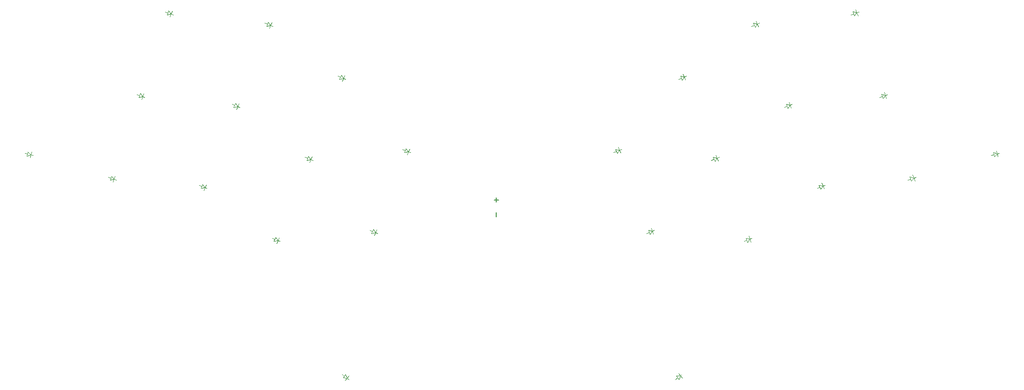
<source format=gbr>
%TF.GenerationSoftware,KiCad,Pcbnew,8.0.5*%
%TF.CreationDate,2024-09-08T16:42:39+10:00*%
%TF.ProjectId,akohekohe_min_choc,616b6f68-656b-46f6-9865-5f6d696e5f63,0.1*%
%TF.SameCoordinates,Original*%
%TF.FileFunction,Legend,Top*%
%TF.FilePolarity,Positive*%
%FSLAX46Y46*%
G04 Gerber Fmt 4.6, Leading zero omitted, Abs format (unit mm)*
G04 Created by KiCad (PCBNEW 8.0.5) date 2024-09-08 16:42:39*
%MOMM*%
%LPD*%
G01*
G04 APERTURE LIST*
%ADD10C,0.200000*%
%ADD11C,0.100000*%
G04 APERTURE END LIST*
D10*
X158279919Y-118896795D02*
X158279919Y-118134891D01*
X158660872Y-118515843D02*
X157898967Y-118515843D01*
X158279919Y-121496795D02*
X158279919Y-120734891D01*
D11*
%TO.C,S24*%
X179343132Y-109552999D02*
X180049278Y-109699108D01*
X179492967Y-109923873D02*
X179029378Y-110111189D01*
X179642810Y-110294746D02*
X179343132Y-109552999D01*
X180049278Y-109699108D02*
X179642810Y-110294746D01*
X180049278Y-109699108D02*
X179843244Y-109189158D01*
X180049278Y-109699108D02*
X180255311Y-110209060D01*
X180420149Y-109549270D02*
X180049278Y-109699108D01*
%TO.C,S14*%
X231437837Y-114441849D02*
X232135369Y-114624715D01*
X231568057Y-114820056D02*
X231095297Y-114982848D01*
X231698274Y-115198263D02*
X231437837Y-114441849D01*
X232135369Y-114624715D02*
X231698274Y-115198263D01*
X232135369Y-114624715D02*
X231956305Y-114104680D01*
X232135369Y-114624715D02*
X232314430Y-115144751D01*
X232513573Y-114494494D02*
X232135369Y-114624715D01*
%TO.C,S8*%
X118912228Y-125858079D02*
X119211917Y-125116335D01*
X119062069Y-125487206D02*
X118598479Y-125299906D01*
X119211917Y-125116335D02*
X119618382Y-125711974D01*
X119618382Y-125711974D02*
X118912228Y-125858079D01*
X119618382Y-125711974D02*
X119412348Y-126221921D01*
X119618382Y-125711974D02*
X119824414Y-125202024D01*
X119989253Y-125861825D02*
X119618382Y-125711974D01*
%TO.C,S13*%
X246212480Y-110101810D02*
X246891429Y-110344771D01*
X246309251Y-110489923D02*
X245824101Y-110610891D01*
X246406017Y-110878037D02*
X246212480Y-110101810D01*
X246891429Y-110344771D02*
X246406017Y-110878037D01*
X246891429Y-110344771D02*
X246758371Y-109811108D01*
X246891429Y-110344771D02*
X247024485Y-110878433D01*
X247279552Y-110248016D02*
X246891429Y-110344771D01*
%TO.C,S19*%
X203731047Y-87161684D02*
X204437193Y-87307793D01*
X203880882Y-87532558D02*
X203417293Y-87719874D01*
X204030725Y-87903431D02*
X203731047Y-87161684D01*
X204437193Y-87307793D02*
X204030725Y-87903431D01*
X204437193Y-87307793D02*
X204231159Y-86797843D01*
X204437193Y-87307793D02*
X204643226Y-87817745D01*
X204808064Y-87157955D02*
X204437193Y-87307793D01*
%TO.C,S21*%
X196617693Y-110932270D02*
X197323839Y-111078379D01*
X196767528Y-111303144D02*
X196303939Y-111490460D01*
X196917371Y-111674017D02*
X196617693Y-110932270D01*
X197323839Y-111078379D02*
X196917371Y-111674017D01*
X197323839Y-111078379D02*
X197117805Y-110568429D01*
X197323839Y-111078379D02*
X197529872Y-111588331D01*
X197694710Y-110928541D02*
X197323839Y-111078379D01*
%TO.C,S22*%
X190811281Y-96560930D02*
X191517427Y-96707039D01*
X190961116Y-96931804D02*
X190497527Y-97119120D01*
X191110959Y-97302677D02*
X190811281Y-96560930D01*
X191517427Y-96707039D02*
X191110959Y-97302677D01*
X191517427Y-96707039D02*
X191311393Y-96197089D01*
X191517427Y-96707039D02*
X191723460Y-97216991D01*
X191888298Y-96557201D02*
X191517427Y-96707039D01*
%TO.C,S12*%
X141993181Y-110107436D02*
X142292870Y-109365692D01*
X142143022Y-109736563D02*
X141679432Y-109549263D01*
X142292870Y-109365692D02*
X142699335Y-109961331D01*
X142699335Y-109961331D02*
X141993181Y-110107436D01*
X142699335Y-109961331D02*
X142493301Y-110471278D01*
X142699335Y-109961331D02*
X142905367Y-109451381D01*
X143070206Y-110111182D02*
X142699335Y-109961331D01*
%TO.C,S2*%
X89928585Y-115035489D02*
X90189037Y-114279080D01*
X90058810Y-114657282D02*
X89586052Y-114494502D01*
X90189037Y-114279080D02*
X90626123Y-114852622D01*
X90626123Y-114852622D02*
X89928585Y-115035489D01*
X90626123Y-114852622D02*
X90447061Y-115372657D01*
X90626123Y-114852622D02*
X90805184Y-114332594D01*
X91004330Y-114982862D02*
X90626123Y-114852622D01*
%TO.C,S7*%
X117605287Y-87716118D02*
X117904976Y-86974374D01*
X117755128Y-87345245D02*
X117291538Y-87157945D01*
X117904976Y-86974374D02*
X118311441Y-87570013D01*
X118311441Y-87570013D02*
X117605287Y-87716118D01*
X118311441Y-87570013D02*
X118105407Y-88079960D01*
X118311441Y-87570013D02*
X118517473Y-87060063D01*
X118682312Y-87719864D02*
X118311441Y-87570013D01*
%TO.C,S26*%
X190099334Y-149732566D02*
X190819241Y-149690932D01*
X190340060Y-150052023D02*
X189940743Y-150352936D01*
X190580786Y-150371475D02*
X190099334Y-149732566D01*
X190819241Y-149690932D02*
X190488243Y-149251682D01*
X190819241Y-149690932D02*
X190580786Y-150371475D01*
X190819241Y-149690932D02*
X191150239Y-150130181D01*
X191138696Y-149450207D02*
X190819241Y-149690932D01*
%TO.C,S5*%
X105992505Y-116458831D02*
X106292194Y-115717087D01*
X106142346Y-116087958D02*
X105678756Y-115900658D01*
X106292194Y-115717087D02*
X106698659Y-116312726D01*
X106698659Y-116312726D02*
X105992505Y-116458831D01*
X106698659Y-116312726D02*
X106492625Y-116822673D01*
X106698659Y-116312726D02*
X106904691Y-115802776D01*
X107069530Y-116462577D02*
X106698659Y-116312726D01*
%TO.C,S17*%
X215343847Y-115904374D02*
X216049993Y-116050483D01*
X215493682Y-116275248D02*
X215030093Y-116462564D01*
X215643525Y-116646121D02*
X215343847Y-115904374D01*
X216049993Y-116050483D02*
X215643525Y-116646121D01*
X216049993Y-116050483D02*
X215843959Y-115540533D01*
X216049993Y-116050483D02*
X216256026Y-116560435D01*
X216420864Y-115900645D02*
X216049993Y-116050483D01*
%TO.C,S16*%
X221345219Y-85130782D02*
X222042751Y-85313648D01*
X221475439Y-85508989D02*
X221002679Y-85671781D01*
X221605656Y-85887196D02*
X221345219Y-85130782D01*
X222042751Y-85313648D02*
X221605656Y-85887196D01*
X222042751Y-85313648D02*
X221863687Y-84793613D01*
X222042751Y-85313648D02*
X222221812Y-85833684D01*
X222420955Y-85183427D02*
X222042751Y-85313648D01*
%TO.C,S25*%
X131119508Y-150070564D02*
X131600976Y-149431659D01*
X131360237Y-149751124D02*
X130960915Y-149450204D01*
X131600976Y-149431659D02*
X131839415Y-150112199D01*
X131839415Y-150112199D02*
X131119508Y-150070564D01*
X131839415Y-150112199D02*
X131508417Y-150551449D01*
X131839415Y-150112199D02*
X132170411Y-149672952D01*
X132158868Y-150352930D02*
X131839415Y-150112199D01*
%TO.C,S3*%
X94974886Y-100379945D02*
X95235338Y-99623536D01*
X95105111Y-100001738D02*
X94632353Y-99838958D01*
X95235338Y-99623536D02*
X95672424Y-100197078D01*
X95672424Y-100197078D02*
X94974886Y-100379945D01*
X95672424Y-100197078D02*
X95493362Y-100717113D01*
X95672424Y-100197078D02*
X95851485Y-99677050D01*
X96050631Y-100327318D02*
X95672424Y-100197078D01*
%TO.C,S15*%
X226391524Y-99786307D02*
X227089056Y-99969173D01*
X226521744Y-100164514D02*
X226048984Y-100327306D01*
X226651961Y-100542721D02*
X226391524Y-99786307D01*
X227089056Y-99969173D02*
X226651961Y-100542721D01*
X227089056Y-99969173D02*
X226909992Y-99449138D01*
X227089056Y-99969173D02*
X227268117Y-100489209D01*
X227467260Y-99838952D02*
X227089056Y-99969173D01*
%TO.C,S20*%
X202424094Y-125303618D02*
X203130240Y-125449727D01*
X202573929Y-125674492D02*
X202110340Y-125861808D01*
X202723772Y-126045365D02*
X202424094Y-125303618D01*
X203130240Y-125449727D02*
X202723772Y-126045365D01*
X203130240Y-125449727D02*
X202924206Y-124939777D01*
X203130240Y-125449727D02*
X203336273Y-125959679D01*
X203501111Y-125299889D02*
X203130240Y-125449727D01*
%TO.C,S18*%
X209537458Y-101533039D02*
X210243604Y-101679148D01*
X209687293Y-101903913D02*
X209223704Y-102091229D01*
X209837136Y-102274786D02*
X209537458Y-101533039D01*
X210243604Y-101679148D02*
X209837136Y-102274786D01*
X210243604Y-101679148D02*
X210037570Y-101169198D01*
X210243604Y-101679148D02*
X210449637Y-102189100D01*
X210614475Y-101529310D02*
X210243604Y-101679148D01*
%TO.C,S9*%
X124718644Y-111486712D02*
X125018333Y-110744968D01*
X124868485Y-111115839D02*
X124404895Y-110928539D01*
X125018333Y-110744968D02*
X125424798Y-111340607D01*
X125424798Y-111340607D02*
X124718644Y-111486712D01*
X125424798Y-111340607D02*
X125218764Y-111850554D01*
X125424798Y-111340607D02*
X125630830Y-110830657D01*
X125795669Y-111490458D02*
X125424798Y-111340607D01*
%TO.C,S6*%
X111798883Y-102087470D02*
X112098572Y-101345726D01*
X111948724Y-101716597D02*
X111485134Y-101529297D01*
X112098572Y-101345726D02*
X112505037Y-101941365D01*
X112505037Y-101941365D02*
X111798883Y-102087470D01*
X112505037Y-101941365D02*
X112299003Y-102451312D01*
X112505037Y-101941365D02*
X112711069Y-101431415D01*
X112875908Y-102091216D02*
X112505037Y-101941365D01*
%TO.C,S23*%
X185149531Y-123924342D02*
X185855677Y-124070451D01*
X185299366Y-124295216D02*
X184835777Y-124482532D01*
X185449209Y-124666089D02*
X185149531Y-123924342D01*
X185855677Y-124070451D02*
X185449209Y-124666089D01*
X185855677Y-124070451D02*
X185649643Y-123560501D01*
X185855677Y-124070451D02*
X186061710Y-124580403D01*
X186226548Y-123920613D02*
X185855677Y-124070451D01*
%TO.C,S10*%
X130525040Y-97115350D02*
X130824729Y-96373606D01*
X130674881Y-96744477D02*
X130211291Y-96557177D01*
X130824729Y-96373606D02*
X131231194Y-96969245D01*
X131231194Y-96969245D02*
X130525040Y-97115350D01*
X131231194Y-96969245D02*
X131025160Y-97479192D01*
X131231194Y-96969245D02*
X131437226Y-96459295D01*
X131602065Y-97119096D02*
X131231194Y-96969245D01*
%TO.C,S1*%
X75208446Y-110757066D02*
X75401984Y-109980841D01*
X75305218Y-110368949D02*
X74820075Y-110247996D01*
X75401984Y-109980841D02*
X75887396Y-110514102D01*
X75887396Y-110514102D02*
X75208446Y-110757066D01*
X75887396Y-110514102D02*
X75754339Y-111047764D01*
X75887396Y-110514102D02*
X76020453Y-109980446D01*
X76275520Y-110610879D02*
X75887396Y-110514102D01*
%TO.C,S11*%
X136186796Y-124478803D02*
X136486485Y-123737059D01*
X136336637Y-124107930D02*
X135873047Y-123920630D01*
X136486485Y-123737059D02*
X136892950Y-124332698D01*
X136892950Y-124332698D02*
X136186796Y-124478803D01*
X136892950Y-124332698D02*
X136686916Y-124842645D01*
X136892950Y-124332698D02*
X137098982Y-123822748D01*
X137263821Y-124482549D02*
X136892950Y-124332698D01*
%TO.C,S4*%
X100021181Y-85724410D02*
X100281633Y-84968001D01*
X100151406Y-85346203D02*
X99678648Y-85183423D01*
X100281633Y-84968001D02*
X100718719Y-85541543D01*
X100718719Y-85541543D02*
X100021181Y-85724410D01*
X100718719Y-85541543D02*
X100539657Y-86061578D01*
X100718719Y-85541543D02*
X100897780Y-85021515D01*
X101096926Y-85671783D02*
X100718719Y-85541543D01*
%TD*%
M02*

</source>
